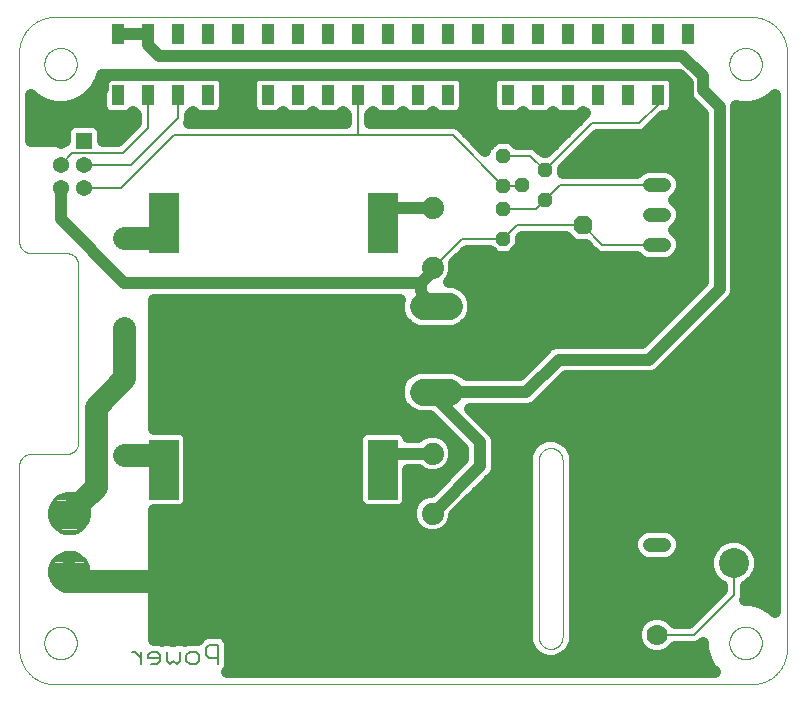
<source format=gbl>
G75*
%MOIN*%
%OFA0B0*%
%FSLAX25Y25*%
%IPPOS*%
%LPD*%
%AMOC8*
5,1,8,0,0,1.08239X$1,22.5*
%
%ADD10C,0.00000*%
%ADD11C,0.00700*%
%ADD12C,0.10000*%
%ADD13R,0.05400X0.05400*%
%ADD14C,0.05400*%
%ADD15C,0.07677*%
%ADD16C,0.08850*%
%ADD17C,0.07400*%
%ADD18OC8,0.04800*%
%ADD19R,0.09843X0.09843*%
%ADD20C,0.06693*%
%ADD21OC8,0.06300*%
%ADD22R,0.03937X0.07087*%
%ADD23C,0.04724*%
%ADD24C,0.07000*%
%ADD25C,0.04000*%
%ADD26C,0.10000*%
%ADD27C,0.00800*%
%ADD28C,0.07600*%
%ADD29C,0.00600*%
%ADD30C,0.01378*%
D10*
X0033905Y0014811D02*
X0033905Y0075835D01*
X0033907Y0075959D01*
X0033913Y0076082D01*
X0033922Y0076206D01*
X0033936Y0076328D01*
X0033953Y0076451D01*
X0033975Y0076573D01*
X0034000Y0076694D01*
X0034029Y0076814D01*
X0034061Y0076933D01*
X0034098Y0077052D01*
X0034138Y0077169D01*
X0034181Y0077284D01*
X0034229Y0077399D01*
X0034280Y0077511D01*
X0034334Y0077622D01*
X0034392Y0077732D01*
X0034453Y0077839D01*
X0034518Y0077945D01*
X0034586Y0078048D01*
X0034657Y0078149D01*
X0034731Y0078248D01*
X0034808Y0078345D01*
X0034889Y0078439D01*
X0034972Y0078530D01*
X0035058Y0078619D01*
X0035147Y0078705D01*
X0035238Y0078788D01*
X0035332Y0078869D01*
X0035429Y0078946D01*
X0035528Y0079020D01*
X0035629Y0079091D01*
X0035732Y0079159D01*
X0035838Y0079224D01*
X0035945Y0079285D01*
X0036055Y0079343D01*
X0036166Y0079397D01*
X0036278Y0079448D01*
X0036393Y0079496D01*
X0036508Y0079539D01*
X0036625Y0079579D01*
X0036744Y0079616D01*
X0036863Y0079648D01*
X0036983Y0079677D01*
X0037104Y0079702D01*
X0037226Y0079724D01*
X0037349Y0079741D01*
X0037471Y0079755D01*
X0037595Y0079764D01*
X0037718Y0079770D01*
X0037842Y0079772D01*
X0049653Y0079772D01*
X0049777Y0079774D01*
X0049900Y0079780D01*
X0050024Y0079789D01*
X0050146Y0079803D01*
X0050269Y0079820D01*
X0050391Y0079842D01*
X0050512Y0079867D01*
X0050632Y0079896D01*
X0050751Y0079928D01*
X0050870Y0079965D01*
X0050987Y0080005D01*
X0051102Y0080048D01*
X0051217Y0080096D01*
X0051329Y0080147D01*
X0051440Y0080201D01*
X0051550Y0080259D01*
X0051657Y0080320D01*
X0051763Y0080385D01*
X0051866Y0080453D01*
X0051967Y0080524D01*
X0052066Y0080598D01*
X0052163Y0080675D01*
X0052257Y0080756D01*
X0052348Y0080839D01*
X0052437Y0080925D01*
X0052523Y0081014D01*
X0052606Y0081105D01*
X0052687Y0081199D01*
X0052764Y0081296D01*
X0052838Y0081395D01*
X0052909Y0081496D01*
X0052977Y0081599D01*
X0053042Y0081705D01*
X0053103Y0081812D01*
X0053161Y0081922D01*
X0053215Y0082033D01*
X0053266Y0082145D01*
X0053314Y0082260D01*
X0053357Y0082375D01*
X0053397Y0082492D01*
X0053434Y0082611D01*
X0053466Y0082730D01*
X0053495Y0082850D01*
X0053520Y0082971D01*
X0053542Y0083093D01*
X0053559Y0083216D01*
X0053573Y0083338D01*
X0053582Y0083462D01*
X0053588Y0083585D01*
X0053590Y0083709D01*
X0053590Y0142764D01*
X0053588Y0142888D01*
X0053582Y0143011D01*
X0053573Y0143135D01*
X0053559Y0143257D01*
X0053542Y0143380D01*
X0053520Y0143502D01*
X0053495Y0143623D01*
X0053466Y0143743D01*
X0053434Y0143862D01*
X0053397Y0143981D01*
X0053357Y0144098D01*
X0053314Y0144213D01*
X0053266Y0144328D01*
X0053215Y0144440D01*
X0053161Y0144551D01*
X0053103Y0144661D01*
X0053042Y0144768D01*
X0052977Y0144874D01*
X0052909Y0144977D01*
X0052838Y0145078D01*
X0052764Y0145177D01*
X0052687Y0145274D01*
X0052606Y0145368D01*
X0052523Y0145459D01*
X0052437Y0145548D01*
X0052348Y0145634D01*
X0052257Y0145717D01*
X0052163Y0145798D01*
X0052066Y0145875D01*
X0051967Y0145949D01*
X0051866Y0146020D01*
X0051763Y0146088D01*
X0051657Y0146153D01*
X0051550Y0146214D01*
X0051440Y0146272D01*
X0051329Y0146326D01*
X0051217Y0146377D01*
X0051102Y0146425D01*
X0050987Y0146468D01*
X0050870Y0146508D01*
X0050751Y0146545D01*
X0050632Y0146577D01*
X0050512Y0146606D01*
X0050391Y0146631D01*
X0050269Y0146653D01*
X0050146Y0146670D01*
X0050024Y0146684D01*
X0049900Y0146693D01*
X0049777Y0146699D01*
X0049653Y0146701D01*
X0037842Y0146701D01*
X0037718Y0146703D01*
X0037595Y0146709D01*
X0037471Y0146718D01*
X0037349Y0146732D01*
X0037226Y0146749D01*
X0037104Y0146771D01*
X0036983Y0146796D01*
X0036863Y0146825D01*
X0036744Y0146857D01*
X0036625Y0146894D01*
X0036508Y0146934D01*
X0036393Y0146977D01*
X0036278Y0147025D01*
X0036166Y0147076D01*
X0036055Y0147130D01*
X0035945Y0147188D01*
X0035838Y0147249D01*
X0035732Y0147314D01*
X0035629Y0147382D01*
X0035528Y0147453D01*
X0035429Y0147527D01*
X0035332Y0147604D01*
X0035238Y0147685D01*
X0035147Y0147768D01*
X0035058Y0147854D01*
X0034972Y0147943D01*
X0034889Y0148034D01*
X0034808Y0148128D01*
X0034731Y0148225D01*
X0034657Y0148324D01*
X0034586Y0148425D01*
X0034518Y0148528D01*
X0034453Y0148634D01*
X0034392Y0148741D01*
X0034334Y0148851D01*
X0034280Y0148962D01*
X0034229Y0149074D01*
X0034181Y0149189D01*
X0034138Y0149304D01*
X0034098Y0149421D01*
X0034061Y0149540D01*
X0034029Y0149659D01*
X0034000Y0149779D01*
X0033975Y0149900D01*
X0033953Y0150022D01*
X0033936Y0150145D01*
X0033922Y0150267D01*
X0033913Y0150391D01*
X0033907Y0150514D01*
X0033905Y0150638D01*
X0033905Y0213630D01*
X0033908Y0213915D01*
X0033919Y0214201D01*
X0033936Y0214486D01*
X0033960Y0214770D01*
X0033991Y0215054D01*
X0034029Y0215337D01*
X0034074Y0215618D01*
X0034125Y0215899D01*
X0034183Y0216179D01*
X0034248Y0216457D01*
X0034320Y0216733D01*
X0034398Y0217007D01*
X0034483Y0217280D01*
X0034575Y0217550D01*
X0034673Y0217818D01*
X0034777Y0218084D01*
X0034888Y0218347D01*
X0035005Y0218607D01*
X0035128Y0218865D01*
X0035258Y0219119D01*
X0035394Y0219370D01*
X0035535Y0219618D01*
X0035683Y0219862D01*
X0035836Y0220103D01*
X0035996Y0220339D01*
X0036161Y0220572D01*
X0036331Y0220801D01*
X0036507Y0221026D01*
X0036689Y0221246D01*
X0036875Y0221462D01*
X0037067Y0221673D01*
X0037264Y0221880D01*
X0037466Y0222082D01*
X0037673Y0222279D01*
X0037884Y0222471D01*
X0038100Y0222657D01*
X0038320Y0222839D01*
X0038545Y0223015D01*
X0038774Y0223185D01*
X0039007Y0223350D01*
X0039243Y0223510D01*
X0039484Y0223663D01*
X0039728Y0223811D01*
X0039976Y0223952D01*
X0040227Y0224088D01*
X0040481Y0224218D01*
X0040739Y0224341D01*
X0040999Y0224458D01*
X0041262Y0224569D01*
X0041528Y0224673D01*
X0041796Y0224771D01*
X0042066Y0224863D01*
X0042339Y0224948D01*
X0042613Y0225026D01*
X0042889Y0225098D01*
X0043167Y0225163D01*
X0043447Y0225221D01*
X0043728Y0225272D01*
X0044009Y0225317D01*
X0044292Y0225355D01*
X0044576Y0225386D01*
X0044860Y0225410D01*
X0045145Y0225427D01*
X0045431Y0225438D01*
X0045716Y0225441D01*
X0278000Y0225441D01*
X0278285Y0225438D01*
X0278571Y0225427D01*
X0278856Y0225410D01*
X0279140Y0225386D01*
X0279424Y0225355D01*
X0279707Y0225317D01*
X0279988Y0225272D01*
X0280269Y0225221D01*
X0280549Y0225163D01*
X0280827Y0225098D01*
X0281103Y0225026D01*
X0281377Y0224948D01*
X0281650Y0224863D01*
X0281920Y0224771D01*
X0282188Y0224673D01*
X0282454Y0224569D01*
X0282717Y0224458D01*
X0282977Y0224341D01*
X0283235Y0224218D01*
X0283489Y0224088D01*
X0283740Y0223952D01*
X0283988Y0223811D01*
X0284232Y0223663D01*
X0284473Y0223510D01*
X0284709Y0223350D01*
X0284942Y0223185D01*
X0285171Y0223015D01*
X0285396Y0222839D01*
X0285616Y0222657D01*
X0285832Y0222471D01*
X0286043Y0222279D01*
X0286250Y0222082D01*
X0286452Y0221880D01*
X0286649Y0221673D01*
X0286841Y0221462D01*
X0287027Y0221246D01*
X0287209Y0221026D01*
X0287385Y0220801D01*
X0287555Y0220572D01*
X0287720Y0220339D01*
X0287880Y0220103D01*
X0288033Y0219862D01*
X0288181Y0219618D01*
X0288322Y0219370D01*
X0288458Y0219119D01*
X0288588Y0218865D01*
X0288711Y0218607D01*
X0288828Y0218347D01*
X0288939Y0218084D01*
X0289043Y0217818D01*
X0289141Y0217550D01*
X0289233Y0217280D01*
X0289318Y0217007D01*
X0289396Y0216733D01*
X0289468Y0216457D01*
X0289533Y0216179D01*
X0289591Y0215899D01*
X0289642Y0215618D01*
X0289687Y0215337D01*
X0289725Y0215054D01*
X0289756Y0214770D01*
X0289780Y0214486D01*
X0289797Y0214201D01*
X0289808Y0213915D01*
X0289811Y0213630D01*
X0289811Y0014811D01*
X0289808Y0014526D01*
X0289797Y0014240D01*
X0289780Y0013955D01*
X0289756Y0013671D01*
X0289725Y0013387D01*
X0289687Y0013104D01*
X0289642Y0012823D01*
X0289591Y0012542D01*
X0289533Y0012262D01*
X0289468Y0011984D01*
X0289396Y0011708D01*
X0289318Y0011434D01*
X0289233Y0011161D01*
X0289141Y0010891D01*
X0289043Y0010623D01*
X0288939Y0010357D01*
X0288828Y0010094D01*
X0288711Y0009834D01*
X0288588Y0009576D01*
X0288458Y0009322D01*
X0288322Y0009071D01*
X0288181Y0008823D01*
X0288033Y0008579D01*
X0287880Y0008338D01*
X0287720Y0008102D01*
X0287555Y0007869D01*
X0287385Y0007640D01*
X0287209Y0007415D01*
X0287027Y0007195D01*
X0286841Y0006979D01*
X0286649Y0006768D01*
X0286452Y0006561D01*
X0286250Y0006359D01*
X0286043Y0006162D01*
X0285832Y0005970D01*
X0285616Y0005784D01*
X0285396Y0005602D01*
X0285171Y0005426D01*
X0284942Y0005256D01*
X0284709Y0005091D01*
X0284473Y0004931D01*
X0284232Y0004778D01*
X0283988Y0004630D01*
X0283740Y0004489D01*
X0283489Y0004353D01*
X0283235Y0004223D01*
X0282977Y0004100D01*
X0282717Y0003983D01*
X0282454Y0003872D01*
X0282188Y0003768D01*
X0281920Y0003670D01*
X0281650Y0003578D01*
X0281377Y0003493D01*
X0281103Y0003415D01*
X0280827Y0003343D01*
X0280549Y0003278D01*
X0280269Y0003220D01*
X0279988Y0003169D01*
X0279707Y0003124D01*
X0279424Y0003086D01*
X0279140Y0003055D01*
X0278856Y0003031D01*
X0278571Y0003014D01*
X0278285Y0003003D01*
X0278000Y0003000D01*
X0045716Y0003000D01*
X0045431Y0003003D01*
X0045145Y0003014D01*
X0044860Y0003031D01*
X0044576Y0003055D01*
X0044292Y0003086D01*
X0044009Y0003124D01*
X0043728Y0003169D01*
X0043447Y0003220D01*
X0043167Y0003278D01*
X0042889Y0003343D01*
X0042613Y0003415D01*
X0042339Y0003493D01*
X0042066Y0003578D01*
X0041796Y0003670D01*
X0041528Y0003768D01*
X0041262Y0003872D01*
X0040999Y0003983D01*
X0040739Y0004100D01*
X0040481Y0004223D01*
X0040227Y0004353D01*
X0039976Y0004489D01*
X0039728Y0004630D01*
X0039484Y0004778D01*
X0039243Y0004931D01*
X0039007Y0005091D01*
X0038774Y0005256D01*
X0038545Y0005426D01*
X0038320Y0005602D01*
X0038100Y0005784D01*
X0037884Y0005970D01*
X0037673Y0006162D01*
X0037466Y0006359D01*
X0037264Y0006561D01*
X0037067Y0006768D01*
X0036875Y0006979D01*
X0036689Y0007195D01*
X0036507Y0007415D01*
X0036331Y0007640D01*
X0036161Y0007869D01*
X0035996Y0008102D01*
X0035836Y0008338D01*
X0035683Y0008579D01*
X0035535Y0008823D01*
X0035394Y0009071D01*
X0035258Y0009322D01*
X0035128Y0009576D01*
X0035005Y0009834D01*
X0034888Y0010094D01*
X0034777Y0010357D01*
X0034673Y0010623D01*
X0034575Y0010891D01*
X0034483Y0011161D01*
X0034398Y0011434D01*
X0034320Y0011708D01*
X0034248Y0011984D01*
X0034183Y0012262D01*
X0034125Y0012542D01*
X0034074Y0012823D01*
X0034029Y0013104D01*
X0033991Y0013387D01*
X0033960Y0013671D01*
X0033936Y0013955D01*
X0033919Y0014240D01*
X0033908Y0014526D01*
X0033905Y0014811D01*
X0042272Y0016780D02*
X0042274Y0016927D01*
X0042280Y0017073D01*
X0042290Y0017219D01*
X0042304Y0017365D01*
X0042322Y0017511D01*
X0042343Y0017656D01*
X0042369Y0017800D01*
X0042399Y0017944D01*
X0042432Y0018086D01*
X0042469Y0018228D01*
X0042510Y0018369D01*
X0042555Y0018508D01*
X0042604Y0018647D01*
X0042656Y0018784D01*
X0042713Y0018919D01*
X0042772Y0019053D01*
X0042836Y0019185D01*
X0042903Y0019315D01*
X0042973Y0019444D01*
X0043047Y0019571D01*
X0043124Y0019695D01*
X0043205Y0019818D01*
X0043289Y0019938D01*
X0043376Y0020056D01*
X0043466Y0020171D01*
X0043559Y0020284D01*
X0043656Y0020395D01*
X0043755Y0020503D01*
X0043857Y0020608D01*
X0043962Y0020710D01*
X0044070Y0020809D01*
X0044181Y0020906D01*
X0044294Y0020999D01*
X0044409Y0021089D01*
X0044527Y0021176D01*
X0044647Y0021260D01*
X0044770Y0021341D01*
X0044894Y0021418D01*
X0045021Y0021492D01*
X0045150Y0021562D01*
X0045280Y0021629D01*
X0045412Y0021693D01*
X0045546Y0021752D01*
X0045681Y0021809D01*
X0045818Y0021861D01*
X0045957Y0021910D01*
X0046096Y0021955D01*
X0046237Y0021996D01*
X0046379Y0022033D01*
X0046521Y0022066D01*
X0046665Y0022096D01*
X0046809Y0022122D01*
X0046954Y0022143D01*
X0047100Y0022161D01*
X0047246Y0022175D01*
X0047392Y0022185D01*
X0047538Y0022191D01*
X0047685Y0022193D01*
X0047832Y0022191D01*
X0047978Y0022185D01*
X0048124Y0022175D01*
X0048270Y0022161D01*
X0048416Y0022143D01*
X0048561Y0022122D01*
X0048705Y0022096D01*
X0048849Y0022066D01*
X0048991Y0022033D01*
X0049133Y0021996D01*
X0049274Y0021955D01*
X0049413Y0021910D01*
X0049552Y0021861D01*
X0049689Y0021809D01*
X0049824Y0021752D01*
X0049958Y0021693D01*
X0050090Y0021629D01*
X0050220Y0021562D01*
X0050349Y0021492D01*
X0050476Y0021418D01*
X0050600Y0021341D01*
X0050723Y0021260D01*
X0050843Y0021176D01*
X0050961Y0021089D01*
X0051076Y0020999D01*
X0051189Y0020906D01*
X0051300Y0020809D01*
X0051408Y0020710D01*
X0051513Y0020608D01*
X0051615Y0020503D01*
X0051714Y0020395D01*
X0051811Y0020284D01*
X0051904Y0020171D01*
X0051994Y0020056D01*
X0052081Y0019938D01*
X0052165Y0019818D01*
X0052246Y0019695D01*
X0052323Y0019571D01*
X0052397Y0019444D01*
X0052467Y0019315D01*
X0052534Y0019185D01*
X0052598Y0019053D01*
X0052657Y0018919D01*
X0052714Y0018784D01*
X0052766Y0018647D01*
X0052815Y0018508D01*
X0052860Y0018369D01*
X0052901Y0018228D01*
X0052938Y0018086D01*
X0052971Y0017944D01*
X0053001Y0017800D01*
X0053027Y0017656D01*
X0053048Y0017511D01*
X0053066Y0017365D01*
X0053080Y0017219D01*
X0053090Y0017073D01*
X0053096Y0016927D01*
X0053098Y0016780D01*
X0053096Y0016633D01*
X0053090Y0016487D01*
X0053080Y0016341D01*
X0053066Y0016195D01*
X0053048Y0016049D01*
X0053027Y0015904D01*
X0053001Y0015760D01*
X0052971Y0015616D01*
X0052938Y0015474D01*
X0052901Y0015332D01*
X0052860Y0015191D01*
X0052815Y0015052D01*
X0052766Y0014913D01*
X0052714Y0014776D01*
X0052657Y0014641D01*
X0052598Y0014507D01*
X0052534Y0014375D01*
X0052467Y0014245D01*
X0052397Y0014116D01*
X0052323Y0013989D01*
X0052246Y0013865D01*
X0052165Y0013742D01*
X0052081Y0013622D01*
X0051994Y0013504D01*
X0051904Y0013389D01*
X0051811Y0013276D01*
X0051714Y0013165D01*
X0051615Y0013057D01*
X0051513Y0012952D01*
X0051408Y0012850D01*
X0051300Y0012751D01*
X0051189Y0012654D01*
X0051076Y0012561D01*
X0050961Y0012471D01*
X0050843Y0012384D01*
X0050723Y0012300D01*
X0050600Y0012219D01*
X0050476Y0012142D01*
X0050349Y0012068D01*
X0050220Y0011998D01*
X0050090Y0011931D01*
X0049958Y0011867D01*
X0049824Y0011808D01*
X0049689Y0011751D01*
X0049552Y0011699D01*
X0049413Y0011650D01*
X0049274Y0011605D01*
X0049133Y0011564D01*
X0048991Y0011527D01*
X0048849Y0011494D01*
X0048705Y0011464D01*
X0048561Y0011438D01*
X0048416Y0011417D01*
X0048270Y0011399D01*
X0048124Y0011385D01*
X0047978Y0011375D01*
X0047832Y0011369D01*
X0047685Y0011367D01*
X0047538Y0011369D01*
X0047392Y0011375D01*
X0047246Y0011385D01*
X0047100Y0011399D01*
X0046954Y0011417D01*
X0046809Y0011438D01*
X0046665Y0011464D01*
X0046521Y0011494D01*
X0046379Y0011527D01*
X0046237Y0011564D01*
X0046096Y0011605D01*
X0045957Y0011650D01*
X0045818Y0011699D01*
X0045681Y0011751D01*
X0045546Y0011808D01*
X0045412Y0011867D01*
X0045280Y0011931D01*
X0045150Y0011998D01*
X0045021Y0012068D01*
X0044894Y0012142D01*
X0044770Y0012219D01*
X0044647Y0012300D01*
X0044527Y0012384D01*
X0044409Y0012471D01*
X0044294Y0012561D01*
X0044181Y0012654D01*
X0044070Y0012751D01*
X0043962Y0012850D01*
X0043857Y0012952D01*
X0043755Y0013057D01*
X0043656Y0013165D01*
X0043559Y0013276D01*
X0043466Y0013389D01*
X0043376Y0013504D01*
X0043289Y0013622D01*
X0043205Y0013742D01*
X0043124Y0013865D01*
X0043047Y0013989D01*
X0042973Y0014116D01*
X0042903Y0014245D01*
X0042836Y0014375D01*
X0042772Y0014507D01*
X0042713Y0014641D01*
X0042656Y0014776D01*
X0042604Y0014913D01*
X0042555Y0015052D01*
X0042510Y0015191D01*
X0042469Y0015332D01*
X0042432Y0015474D01*
X0042399Y0015616D01*
X0042369Y0015760D01*
X0042343Y0015904D01*
X0042322Y0016049D01*
X0042304Y0016195D01*
X0042290Y0016341D01*
X0042280Y0016487D01*
X0042274Y0016633D01*
X0042272Y0016780D01*
X0207134Y0018748D02*
X0207134Y0077803D01*
X0207136Y0077927D01*
X0207142Y0078050D01*
X0207151Y0078174D01*
X0207165Y0078296D01*
X0207182Y0078419D01*
X0207204Y0078541D01*
X0207229Y0078662D01*
X0207258Y0078782D01*
X0207290Y0078901D01*
X0207327Y0079020D01*
X0207367Y0079137D01*
X0207410Y0079252D01*
X0207458Y0079367D01*
X0207509Y0079479D01*
X0207563Y0079590D01*
X0207621Y0079700D01*
X0207682Y0079807D01*
X0207747Y0079913D01*
X0207815Y0080016D01*
X0207886Y0080117D01*
X0207960Y0080216D01*
X0208037Y0080313D01*
X0208118Y0080407D01*
X0208201Y0080498D01*
X0208287Y0080587D01*
X0208376Y0080673D01*
X0208467Y0080756D01*
X0208561Y0080837D01*
X0208658Y0080914D01*
X0208757Y0080988D01*
X0208858Y0081059D01*
X0208961Y0081127D01*
X0209067Y0081192D01*
X0209174Y0081253D01*
X0209284Y0081311D01*
X0209395Y0081365D01*
X0209507Y0081416D01*
X0209622Y0081464D01*
X0209737Y0081507D01*
X0209854Y0081547D01*
X0209973Y0081584D01*
X0210092Y0081616D01*
X0210212Y0081645D01*
X0210333Y0081670D01*
X0210455Y0081692D01*
X0210578Y0081709D01*
X0210700Y0081723D01*
X0210824Y0081732D01*
X0210947Y0081738D01*
X0211071Y0081740D01*
X0211195Y0081738D01*
X0211318Y0081732D01*
X0211442Y0081723D01*
X0211564Y0081709D01*
X0211687Y0081692D01*
X0211809Y0081670D01*
X0211930Y0081645D01*
X0212050Y0081616D01*
X0212169Y0081584D01*
X0212288Y0081547D01*
X0212405Y0081507D01*
X0212520Y0081464D01*
X0212635Y0081416D01*
X0212747Y0081365D01*
X0212858Y0081311D01*
X0212968Y0081253D01*
X0213075Y0081192D01*
X0213181Y0081127D01*
X0213284Y0081059D01*
X0213385Y0080988D01*
X0213484Y0080914D01*
X0213581Y0080837D01*
X0213675Y0080756D01*
X0213766Y0080673D01*
X0213855Y0080587D01*
X0213941Y0080498D01*
X0214024Y0080407D01*
X0214105Y0080313D01*
X0214182Y0080216D01*
X0214256Y0080117D01*
X0214327Y0080016D01*
X0214395Y0079913D01*
X0214460Y0079807D01*
X0214521Y0079700D01*
X0214579Y0079590D01*
X0214633Y0079479D01*
X0214684Y0079367D01*
X0214732Y0079252D01*
X0214775Y0079137D01*
X0214815Y0079020D01*
X0214852Y0078901D01*
X0214884Y0078782D01*
X0214913Y0078662D01*
X0214938Y0078541D01*
X0214960Y0078419D01*
X0214977Y0078296D01*
X0214991Y0078174D01*
X0215000Y0078050D01*
X0215006Y0077927D01*
X0215008Y0077803D01*
X0215008Y0018748D01*
X0211071Y0014811D02*
X0210947Y0014813D01*
X0210824Y0014819D01*
X0210700Y0014828D01*
X0210578Y0014842D01*
X0210455Y0014859D01*
X0210333Y0014881D01*
X0210212Y0014906D01*
X0210092Y0014935D01*
X0209973Y0014967D01*
X0209854Y0015004D01*
X0209737Y0015044D01*
X0209622Y0015087D01*
X0209507Y0015135D01*
X0209395Y0015186D01*
X0209284Y0015240D01*
X0209174Y0015298D01*
X0209067Y0015359D01*
X0208961Y0015424D01*
X0208858Y0015492D01*
X0208757Y0015563D01*
X0208658Y0015637D01*
X0208561Y0015714D01*
X0208467Y0015795D01*
X0208376Y0015878D01*
X0208287Y0015964D01*
X0208201Y0016053D01*
X0208118Y0016144D01*
X0208037Y0016238D01*
X0207960Y0016335D01*
X0207886Y0016434D01*
X0207815Y0016535D01*
X0207747Y0016638D01*
X0207682Y0016744D01*
X0207621Y0016851D01*
X0207563Y0016961D01*
X0207509Y0017072D01*
X0207458Y0017184D01*
X0207410Y0017299D01*
X0207367Y0017414D01*
X0207327Y0017531D01*
X0207290Y0017650D01*
X0207258Y0017769D01*
X0207229Y0017889D01*
X0207204Y0018010D01*
X0207182Y0018132D01*
X0207165Y0018255D01*
X0207151Y0018377D01*
X0207142Y0018501D01*
X0207136Y0018624D01*
X0207134Y0018748D01*
X0211071Y0014811D02*
X0211195Y0014813D01*
X0211318Y0014819D01*
X0211442Y0014828D01*
X0211564Y0014842D01*
X0211687Y0014859D01*
X0211809Y0014881D01*
X0211930Y0014906D01*
X0212050Y0014935D01*
X0212169Y0014967D01*
X0212288Y0015004D01*
X0212405Y0015044D01*
X0212520Y0015087D01*
X0212635Y0015135D01*
X0212747Y0015186D01*
X0212858Y0015240D01*
X0212968Y0015298D01*
X0213075Y0015359D01*
X0213181Y0015424D01*
X0213284Y0015492D01*
X0213385Y0015563D01*
X0213484Y0015637D01*
X0213581Y0015714D01*
X0213675Y0015795D01*
X0213766Y0015878D01*
X0213855Y0015964D01*
X0213941Y0016053D01*
X0214024Y0016144D01*
X0214105Y0016238D01*
X0214182Y0016335D01*
X0214256Y0016434D01*
X0214327Y0016535D01*
X0214395Y0016638D01*
X0214460Y0016744D01*
X0214521Y0016851D01*
X0214579Y0016961D01*
X0214633Y0017072D01*
X0214684Y0017184D01*
X0214732Y0017299D01*
X0214775Y0017414D01*
X0214815Y0017531D01*
X0214852Y0017650D01*
X0214884Y0017769D01*
X0214913Y0017889D01*
X0214938Y0018010D01*
X0214960Y0018132D01*
X0214977Y0018255D01*
X0214991Y0018377D01*
X0215000Y0018501D01*
X0215006Y0018624D01*
X0215008Y0018748D01*
X0270618Y0016780D02*
X0270620Y0016927D01*
X0270626Y0017073D01*
X0270636Y0017219D01*
X0270650Y0017365D01*
X0270668Y0017511D01*
X0270689Y0017656D01*
X0270715Y0017800D01*
X0270745Y0017944D01*
X0270778Y0018086D01*
X0270815Y0018228D01*
X0270856Y0018369D01*
X0270901Y0018508D01*
X0270950Y0018647D01*
X0271002Y0018784D01*
X0271059Y0018919D01*
X0271118Y0019053D01*
X0271182Y0019185D01*
X0271249Y0019315D01*
X0271319Y0019444D01*
X0271393Y0019571D01*
X0271470Y0019695D01*
X0271551Y0019818D01*
X0271635Y0019938D01*
X0271722Y0020056D01*
X0271812Y0020171D01*
X0271905Y0020284D01*
X0272002Y0020395D01*
X0272101Y0020503D01*
X0272203Y0020608D01*
X0272308Y0020710D01*
X0272416Y0020809D01*
X0272527Y0020906D01*
X0272640Y0020999D01*
X0272755Y0021089D01*
X0272873Y0021176D01*
X0272993Y0021260D01*
X0273116Y0021341D01*
X0273240Y0021418D01*
X0273367Y0021492D01*
X0273496Y0021562D01*
X0273626Y0021629D01*
X0273758Y0021693D01*
X0273892Y0021752D01*
X0274027Y0021809D01*
X0274164Y0021861D01*
X0274303Y0021910D01*
X0274442Y0021955D01*
X0274583Y0021996D01*
X0274725Y0022033D01*
X0274867Y0022066D01*
X0275011Y0022096D01*
X0275155Y0022122D01*
X0275300Y0022143D01*
X0275446Y0022161D01*
X0275592Y0022175D01*
X0275738Y0022185D01*
X0275884Y0022191D01*
X0276031Y0022193D01*
X0276178Y0022191D01*
X0276324Y0022185D01*
X0276470Y0022175D01*
X0276616Y0022161D01*
X0276762Y0022143D01*
X0276907Y0022122D01*
X0277051Y0022096D01*
X0277195Y0022066D01*
X0277337Y0022033D01*
X0277479Y0021996D01*
X0277620Y0021955D01*
X0277759Y0021910D01*
X0277898Y0021861D01*
X0278035Y0021809D01*
X0278170Y0021752D01*
X0278304Y0021693D01*
X0278436Y0021629D01*
X0278566Y0021562D01*
X0278695Y0021492D01*
X0278822Y0021418D01*
X0278946Y0021341D01*
X0279069Y0021260D01*
X0279189Y0021176D01*
X0279307Y0021089D01*
X0279422Y0020999D01*
X0279535Y0020906D01*
X0279646Y0020809D01*
X0279754Y0020710D01*
X0279859Y0020608D01*
X0279961Y0020503D01*
X0280060Y0020395D01*
X0280157Y0020284D01*
X0280250Y0020171D01*
X0280340Y0020056D01*
X0280427Y0019938D01*
X0280511Y0019818D01*
X0280592Y0019695D01*
X0280669Y0019571D01*
X0280743Y0019444D01*
X0280813Y0019315D01*
X0280880Y0019185D01*
X0280944Y0019053D01*
X0281003Y0018919D01*
X0281060Y0018784D01*
X0281112Y0018647D01*
X0281161Y0018508D01*
X0281206Y0018369D01*
X0281247Y0018228D01*
X0281284Y0018086D01*
X0281317Y0017944D01*
X0281347Y0017800D01*
X0281373Y0017656D01*
X0281394Y0017511D01*
X0281412Y0017365D01*
X0281426Y0017219D01*
X0281436Y0017073D01*
X0281442Y0016927D01*
X0281444Y0016780D01*
X0281442Y0016633D01*
X0281436Y0016487D01*
X0281426Y0016341D01*
X0281412Y0016195D01*
X0281394Y0016049D01*
X0281373Y0015904D01*
X0281347Y0015760D01*
X0281317Y0015616D01*
X0281284Y0015474D01*
X0281247Y0015332D01*
X0281206Y0015191D01*
X0281161Y0015052D01*
X0281112Y0014913D01*
X0281060Y0014776D01*
X0281003Y0014641D01*
X0280944Y0014507D01*
X0280880Y0014375D01*
X0280813Y0014245D01*
X0280743Y0014116D01*
X0280669Y0013989D01*
X0280592Y0013865D01*
X0280511Y0013742D01*
X0280427Y0013622D01*
X0280340Y0013504D01*
X0280250Y0013389D01*
X0280157Y0013276D01*
X0280060Y0013165D01*
X0279961Y0013057D01*
X0279859Y0012952D01*
X0279754Y0012850D01*
X0279646Y0012751D01*
X0279535Y0012654D01*
X0279422Y0012561D01*
X0279307Y0012471D01*
X0279189Y0012384D01*
X0279069Y0012300D01*
X0278946Y0012219D01*
X0278822Y0012142D01*
X0278695Y0012068D01*
X0278566Y0011998D01*
X0278436Y0011931D01*
X0278304Y0011867D01*
X0278170Y0011808D01*
X0278035Y0011751D01*
X0277898Y0011699D01*
X0277759Y0011650D01*
X0277620Y0011605D01*
X0277479Y0011564D01*
X0277337Y0011527D01*
X0277195Y0011494D01*
X0277051Y0011464D01*
X0276907Y0011438D01*
X0276762Y0011417D01*
X0276616Y0011399D01*
X0276470Y0011385D01*
X0276324Y0011375D01*
X0276178Y0011369D01*
X0276031Y0011367D01*
X0275884Y0011369D01*
X0275738Y0011375D01*
X0275592Y0011385D01*
X0275446Y0011399D01*
X0275300Y0011417D01*
X0275155Y0011438D01*
X0275011Y0011464D01*
X0274867Y0011494D01*
X0274725Y0011527D01*
X0274583Y0011564D01*
X0274442Y0011605D01*
X0274303Y0011650D01*
X0274164Y0011699D01*
X0274027Y0011751D01*
X0273892Y0011808D01*
X0273758Y0011867D01*
X0273626Y0011931D01*
X0273496Y0011998D01*
X0273367Y0012068D01*
X0273240Y0012142D01*
X0273116Y0012219D01*
X0272993Y0012300D01*
X0272873Y0012384D01*
X0272755Y0012471D01*
X0272640Y0012561D01*
X0272527Y0012654D01*
X0272416Y0012751D01*
X0272308Y0012850D01*
X0272203Y0012952D01*
X0272101Y0013057D01*
X0272002Y0013165D01*
X0271905Y0013276D01*
X0271812Y0013389D01*
X0271722Y0013504D01*
X0271635Y0013622D01*
X0271551Y0013742D01*
X0271470Y0013865D01*
X0271393Y0013989D01*
X0271319Y0014116D01*
X0271249Y0014245D01*
X0271182Y0014375D01*
X0271118Y0014507D01*
X0271059Y0014641D01*
X0271002Y0014776D01*
X0270950Y0014913D01*
X0270901Y0015052D01*
X0270856Y0015191D01*
X0270815Y0015332D01*
X0270778Y0015474D01*
X0270745Y0015616D01*
X0270715Y0015760D01*
X0270689Y0015904D01*
X0270668Y0016049D01*
X0270650Y0016195D01*
X0270636Y0016341D01*
X0270626Y0016487D01*
X0270620Y0016633D01*
X0270618Y0016780D01*
X0270618Y0209693D02*
X0270620Y0209840D01*
X0270626Y0209986D01*
X0270636Y0210132D01*
X0270650Y0210278D01*
X0270668Y0210424D01*
X0270689Y0210569D01*
X0270715Y0210713D01*
X0270745Y0210857D01*
X0270778Y0210999D01*
X0270815Y0211141D01*
X0270856Y0211282D01*
X0270901Y0211421D01*
X0270950Y0211560D01*
X0271002Y0211697D01*
X0271059Y0211832D01*
X0271118Y0211966D01*
X0271182Y0212098D01*
X0271249Y0212228D01*
X0271319Y0212357D01*
X0271393Y0212484D01*
X0271470Y0212608D01*
X0271551Y0212731D01*
X0271635Y0212851D01*
X0271722Y0212969D01*
X0271812Y0213084D01*
X0271905Y0213197D01*
X0272002Y0213308D01*
X0272101Y0213416D01*
X0272203Y0213521D01*
X0272308Y0213623D01*
X0272416Y0213722D01*
X0272527Y0213819D01*
X0272640Y0213912D01*
X0272755Y0214002D01*
X0272873Y0214089D01*
X0272993Y0214173D01*
X0273116Y0214254D01*
X0273240Y0214331D01*
X0273367Y0214405D01*
X0273496Y0214475D01*
X0273626Y0214542D01*
X0273758Y0214606D01*
X0273892Y0214665D01*
X0274027Y0214722D01*
X0274164Y0214774D01*
X0274303Y0214823D01*
X0274442Y0214868D01*
X0274583Y0214909D01*
X0274725Y0214946D01*
X0274867Y0214979D01*
X0275011Y0215009D01*
X0275155Y0215035D01*
X0275300Y0215056D01*
X0275446Y0215074D01*
X0275592Y0215088D01*
X0275738Y0215098D01*
X0275884Y0215104D01*
X0276031Y0215106D01*
X0276178Y0215104D01*
X0276324Y0215098D01*
X0276470Y0215088D01*
X0276616Y0215074D01*
X0276762Y0215056D01*
X0276907Y0215035D01*
X0277051Y0215009D01*
X0277195Y0214979D01*
X0277337Y0214946D01*
X0277479Y0214909D01*
X0277620Y0214868D01*
X0277759Y0214823D01*
X0277898Y0214774D01*
X0278035Y0214722D01*
X0278170Y0214665D01*
X0278304Y0214606D01*
X0278436Y0214542D01*
X0278566Y0214475D01*
X0278695Y0214405D01*
X0278822Y0214331D01*
X0278946Y0214254D01*
X0279069Y0214173D01*
X0279189Y0214089D01*
X0279307Y0214002D01*
X0279422Y0213912D01*
X0279535Y0213819D01*
X0279646Y0213722D01*
X0279754Y0213623D01*
X0279859Y0213521D01*
X0279961Y0213416D01*
X0280060Y0213308D01*
X0280157Y0213197D01*
X0280250Y0213084D01*
X0280340Y0212969D01*
X0280427Y0212851D01*
X0280511Y0212731D01*
X0280592Y0212608D01*
X0280669Y0212484D01*
X0280743Y0212357D01*
X0280813Y0212228D01*
X0280880Y0212098D01*
X0280944Y0211966D01*
X0281003Y0211832D01*
X0281060Y0211697D01*
X0281112Y0211560D01*
X0281161Y0211421D01*
X0281206Y0211282D01*
X0281247Y0211141D01*
X0281284Y0210999D01*
X0281317Y0210857D01*
X0281347Y0210713D01*
X0281373Y0210569D01*
X0281394Y0210424D01*
X0281412Y0210278D01*
X0281426Y0210132D01*
X0281436Y0209986D01*
X0281442Y0209840D01*
X0281444Y0209693D01*
X0281442Y0209546D01*
X0281436Y0209400D01*
X0281426Y0209254D01*
X0281412Y0209108D01*
X0281394Y0208962D01*
X0281373Y0208817D01*
X0281347Y0208673D01*
X0281317Y0208529D01*
X0281284Y0208387D01*
X0281247Y0208245D01*
X0281206Y0208104D01*
X0281161Y0207965D01*
X0281112Y0207826D01*
X0281060Y0207689D01*
X0281003Y0207554D01*
X0280944Y0207420D01*
X0280880Y0207288D01*
X0280813Y0207158D01*
X0280743Y0207029D01*
X0280669Y0206902D01*
X0280592Y0206778D01*
X0280511Y0206655D01*
X0280427Y0206535D01*
X0280340Y0206417D01*
X0280250Y0206302D01*
X0280157Y0206189D01*
X0280060Y0206078D01*
X0279961Y0205970D01*
X0279859Y0205865D01*
X0279754Y0205763D01*
X0279646Y0205664D01*
X0279535Y0205567D01*
X0279422Y0205474D01*
X0279307Y0205384D01*
X0279189Y0205297D01*
X0279069Y0205213D01*
X0278946Y0205132D01*
X0278822Y0205055D01*
X0278695Y0204981D01*
X0278566Y0204911D01*
X0278436Y0204844D01*
X0278304Y0204780D01*
X0278170Y0204721D01*
X0278035Y0204664D01*
X0277898Y0204612D01*
X0277759Y0204563D01*
X0277620Y0204518D01*
X0277479Y0204477D01*
X0277337Y0204440D01*
X0277195Y0204407D01*
X0277051Y0204377D01*
X0276907Y0204351D01*
X0276762Y0204330D01*
X0276616Y0204312D01*
X0276470Y0204298D01*
X0276324Y0204288D01*
X0276178Y0204282D01*
X0276031Y0204280D01*
X0275884Y0204282D01*
X0275738Y0204288D01*
X0275592Y0204298D01*
X0275446Y0204312D01*
X0275300Y0204330D01*
X0275155Y0204351D01*
X0275011Y0204377D01*
X0274867Y0204407D01*
X0274725Y0204440D01*
X0274583Y0204477D01*
X0274442Y0204518D01*
X0274303Y0204563D01*
X0274164Y0204612D01*
X0274027Y0204664D01*
X0273892Y0204721D01*
X0273758Y0204780D01*
X0273626Y0204844D01*
X0273496Y0204911D01*
X0273367Y0204981D01*
X0273240Y0205055D01*
X0273116Y0205132D01*
X0272993Y0205213D01*
X0272873Y0205297D01*
X0272755Y0205384D01*
X0272640Y0205474D01*
X0272527Y0205567D01*
X0272416Y0205664D01*
X0272308Y0205763D01*
X0272203Y0205865D01*
X0272101Y0205970D01*
X0272002Y0206078D01*
X0271905Y0206189D01*
X0271812Y0206302D01*
X0271722Y0206417D01*
X0271635Y0206535D01*
X0271551Y0206655D01*
X0271470Y0206778D01*
X0271393Y0206902D01*
X0271319Y0207029D01*
X0271249Y0207158D01*
X0271182Y0207288D01*
X0271118Y0207420D01*
X0271059Y0207554D01*
X0271002Y0207689D01*
X0270950Y0207826D01*
X0270901Y0207965D01*
X0270856Y0208104D01*
X0270815Y0208245D01*
X0270778Y0208387D01*
X0270745Y0208529D01*
X0270715Y0208673D01*
X0270689Y0208817D01*
X0270668Y0208962D01*
X0270650Y0209108D01*
X0270636Y0209254D01*
X0270626Y0209400D01*
X0270620Y0209546D01*
X0270618Y0209693D01*
X0042272Y0209693D02*
X0042274Y0209840D01*
X0042280Y0209986D01*
X0042290Y0210132D01*
X0042304Y0210278D01*
X0042322Y0210424D01*
X0042343Y0210569D01*
X0042369Y0210713D01*
X0042399Y0210857D01*
X0042432Y0210999D01*
X0042469Y0211141D01*
X0042510Y0211282D01*
X0042555Y0211421D01*
X0042604Y0211560D01*
X0042656Y0211697D01*
X0042713Y0211832D01*
X0042772Y0211966D01*
X0042836Y0212098D01*
X0042903Y0212228D01*
X0042973Y0212357D01*
X0043047Y0212484D01*
X0043124Y0212608D01*
X0043205Y0212731D01*
X0043289Y0212851D01*
X0043376Y0212969D01*
X0043466Y0213084D01*
X0043559Y0213197D01*
X0043656Y0213308D01*
X0043755Y0213416D01*
X0043857Y0213521D01*
X0043962Y0213623D01*
X0044070Y0213722D01*
X0044181Y0213819D01*
X0044294Y0213912D01*
X0044409Y0214002D01*
X0044527Y0214089D01*
X0044647Y0214173D01*
X0044770Y0214254D01*
X0044894Y0214331D01*
X0045021Y0214405D01*
X0045150Y0214475D01*
X0045280Y0214542D01*
X0045412Y0214606D01*
X0045546Y0214665D01*
X0045681Y0214722D01*
X0045818Y0214774D01*
X0045957Y0214823D01*
X0046096Y0214868D01*
X0046237Y0214909D01*
X0046379Y0214946D01*
X0046521Y0214979D01*
X0046665Y0215009D01*
X0046809Y0215035D01*
X0046954Y0215056D01*
X0047100Y0215074D01*
X0047246Y0215088D01*
X0047392Y0215098D01*
X0047538Y0215104D01*
X0047685Y0215106D01*
X0047832Y0215104D01*
X0047978Y0215098D01*
X0048124Y0215088D01*
X0048270Y0215074D01*
X0048416Y0215056D01*
X0048561Y0215035D01*
X0048705Y0215009D01*
X0048849Y0214979D01*
X0048991Y0214946D01*
X0049133Y0214909D01*
X0049274Y0214868D01*
X0049413Y0214823D01*
X0049552Y0214774D01*
X0049689Y0214722D01*
X0049824Y0214665D01*
X0049958Y0214606D01*
X0050090Y0214542D01*
X0050220Y0214475D01*
X0050349Y0214405D01*
X0050476Y0214331D01*
X0050600Y0214254D01*
X0050723Y0214173D01*
X0050843Y0214089D01*
X0050961Y0214002D01*
X0051076Y0213912D01*
X0051189Y0213819D01*
X0051300Y0213722D01*
X0051408Y0213623D01*
X0051513Y0213521D01*
X0051615Y0213416D01*
X0051714Y0213308D01*
X0051811Y0213197D01*
X0051904Y0213084D01*
X0051994Y0212969D01*
X0052081Y0212851D01*
X0052165Y0212731D01*
X0052246Y0212608D01*
X0052323Y0212484D01*
X0052397Y0212357D01*
X0052467Y0212228D01*
X0052534Y0212098D01*
X0052598Y0211966D01*
X0052657Y0211832D01*
X0052714Y0211697D01*
X0052766Y0211560D01*
X0052815Y0211421D01*
X0052860Y0211282D01*
X0052901Y0211141D01*
X0052938Y0210999D01*
X0052971Y0210857D01*
X0053001Y0210713D01*
X0053027Y0210569D01*
X0053048Y0210424D01*
X0053066Y0210278D01*
X0053080Y0210132D01*
X0053090Y0209986D01*
X0053096Y0209840D01*
X0053098Y0209693D01*
X0053096Y0209546D01*
X0053090Y0209400D01*
X0053080Y0209254D01*
X0053066Y0209108D01*
X0053048Y0208962D01*
X0053027Y0208817D01*
X0053001Y0208673D01*
X0052971Y0208529D01*
X0052938Y0208387D01*
X0052901Y0208245D01*
X0052860Y0208104D01*
X0052815Y0207965D01*
X0052766Y0207826D01*
X0052714Y0207689D01*
X0052657Y0207554D01*
X0052598Y0207420D01*
X0052534Y0207288D01*
X0052467Y0207158D01*
X0052397Y0207029D01*
X0052323Y0206902D01*
X0052246Y0206778D01*
X0052165Y0206655D01*
X0052081Y0206535D01*
X0051994Y0206417D01*
X0051904Y0206302D01*
X0051811Y0206189D01*
X0051714Y0206078D01*
X0051615Y0205970D01*
X0051513Y0205865D01*
X0051408Y0205763D01*
X0051300Y0205664D01*
X0051189Y0205567D01*
X0051076Y0205474D01*
X0050961Y0205384D01*
X0050843Y0205297D01*
X0050723Y0205213D01*
X0050600Y0205132D01*
X0050476Y0205055D01*
X0050349Y0204981D01*
X0050220Y0204911D01*
X0050090Y0204844D01*
X0049958Y0204780D01*
X0049824Y0204721D01*
X0049689Y0204664D01*
X0049552Y0204612D01*
X0049413Y0204563D01*
X0049274Y0204518D01*
X0049133Y0204477D01*
X0048991Y0204440D01*
X0048849Y0204407D01*
X0048705Y0204377D01*
X0048561Y0204351D01*
X0048416Y0204330D01*
X0048270Y0204312D01*
X0048124Y0204298D01*
X0047978Y0204288D01*
X0047832Y0204282D01*
X0047685Y0204280D01*
X0047538Y0204282D01*
X0047392Y0204288D01*
X0047246Y0204298D01*
X0047100Y0204312D01*
X0046954Y0204330D01*
X0046809Y0204351D01*
X0046665Y0204377D01*
X0046521Y0204407D01*
X0046379Y0204440D01*
X0046237Y0204477D01*
X0046096Y0204518D01*
X0045957Y0204563D01*
X0045818Y0204612D01*
X0045681Y0204664D01*
X0045546Y0204721D01*
X0045412Y0204780D01*
X0045280Y0204844D01*
X0045150Y0204911D01*
X0045021Y0204981D01*
X0044894Y0205055D01*
X0044770Y0205132D01*
X0044647Y0205213D01*
X0044527Y0205297D01*
X0044409Y0205384D01*
X0044294Y0205474D01*
X0044181Y0205567D01*
X0044070Y0205664D01*
X0043962Y0205763D01*
X0043857Y0205865D01*
X0043755Y0205970D01*
X0043656Y0206078D01*
X0043559Y0206189D01*
X0043466Y0206302D01*
X0043376Y0206417D01*
X0043289Y0206535D01*
X0043205Y0206655D01*
X0043124Y0206778D01*
X0043047Y0206902D01*
X0042973Y0207029D01*
X0042903Y0207158D01*
X0042836Y0207288D01*
X0042772Y0207420D01*
X0042713Y0207554D01*
X0042656Y0207689D01*
X0042604Y0207826D01*
X0042555Y0207965D01*
X0042510Y0208104D01*
X0042469Y0208245D01*
X0042432Y0208387D01*
X0042399Y0208529D01*
X0042369Y0208673D01*
X0042343Y0208817D01*
X0042322Y0208962D01*
X0042304Y0209108D01*
X0042290Y0209254D01*
X0042280Y0209400D01*
X0042274Y0209546D01*
X0042272Y0209693D01*
D11*
X0097160Y0015998D02*
X0096109Y0014947D01*
X0096109Y0012845D01*
X0097160Y0011794D01*
X0100313Y0011794D01*
X0100313Y0009693D02*
X0100313Y0015998D01*
X0097160Y0015998D01*
X0093867Y0012845D02*
X0093867Y0010743D01*
X0092817Y0009693D01*
X0090715Y0009693D01*
X0089664Y0010743D01*
X0089664Y0012845D01*
X0090715Y0013896D01*
X0092817Y0013896D01*
X0093867Y0012845D01*
X0087422Y0013896D02*
X0087422Y0010743D01*
X0086371Y0009693D01*
X0085320Y0010743D01*
X0084269Y0009693D01*
X0083218Y0010743D01*
X0083218Y0013896D01*
X0080976Y0012845D02*
X0080976Y0010743D01*
X0079926Y0009693D01*
X0077824Y0009693D01*
X0076773Y0011794D02*
X0080976Y0011794D01*
X0080976Y0012845D02*
X0079926Y0013896D01*
X0077824Y0013896D01*
X0076773Y0012845D01*
X0076773Y0011794D01*
X0074531Y0011794D02*
X0072429Y0013896D01*
X0071378Y0013896D01*
X0074531Y0013896D02*
X0074531Y0009693D01*
D12*
X0262094Y0033354D03*
X0272094Y0043354D03*
X0282094Y0033354D03*
X0282094Y0053354D03*
X0262094Y0053354D03*
D13*
X0055559Y0184102D03*
D14*
X0047685Y0184102D03*
X0047685Y0176228D03*
X0055559Y0176228D03*
X0055559Y0168354D03*
X0047685Y0168354D03*
D15*
X0050637Y0060087D03*
X0050637Y0040402D03*
D16*
X0168417Y0100441D02*
X0177267Y0100441D01*
X0177267Y0128945D02*
X0168417Y0128945D01*
X0228417Y0128945D02*
X0237267Y0128945D01*
X0237267Y0100441D02*
X0228417Y0100441D01*
D17*
X0171700Y0079929D03*
X0171700Y0059929D03*
X0171700Y0141819D03*
X0171700Y0161819D03*
D18*
X0195323Y0161543D03*
X0195323Y0169260D03*
X0201602Y0169339D03*
X0209102Y0174339D03*
X0209102Y0164339D03*
X0195323Y0151543D03*
X0195323Y0179260D03*
D19*
X0155051Y0161874D03*
X0155051Y0151874D03*
X0155051Y0119874D03*
X0155051Y0109874D03*
X0155051Y0079591D03*
X0155051Y0069591D03*
X0155051Y0037591D03*
X0155051Y0027591D03*
X0082051Y0027591D03*
X0082051Y0037591D03*
X0082051Y0069591D03*
X0082051Y0079591D03*
X0082051Y0109874D03*
X0082051Y0119874D03*
X0082051Y0151874D03*
X0082051Y0161874D03*
D20*
X0068945Y0151858D03*
X0068945Y0121858D03*
X0068945Y0109535D03*
X0068945Y0079535D03*
D21*
X0221740Y0146031D03*
X0221740Y0156031D03*
D22*
X0216858Y0199457D03*
X0226858Y0199457D03*
X0236858Y0199457D03*
X0246858Y0199457D03*
X0256858Y0199457D03*
X0256858Y0219929D03*
X0246858Y0219929D03*
X0236858Y0219929D03*
X0226858Y0219929D03*
X0216858Y0219929D03*
X0206858Y0219929D03*
X0196858Y0219929D03*
X0186858Y0219929D03*
X0176858Y0219929D03*
X0166858Y0219929D03*
X0156858Y0219929D03*
X0146858Y0219929D03*
X0136858Y0219929D03*
X0126858Y0219929D03*
X0116858Y0219929D03*
X0106858Y0219929D03*
X0096858Y0219929D03*
X0086858Y0219929D03*
X0076858Y0219929D03*
X0066858Y0219929D03*
X0066858Y0199457D03*
X0076858Y0199457D03*
X0086858Y0199457D03*
X0096858Y0199457D03*
X0106858Y0199457D03*
X0116858Y0199457D03*
X0126858Y0199457D03*
X0136858Y0199457D03*
X0146858Y0199457D03*
X0156858Y0199457D03*
X0166858Y0199457D03*
X0176858Y0199457D03*
X0186858Y0199457D03*
X0196858Y0199457D03*
X0206858Y0199457D03*
D23*
X0244141Y0179457D02*
X0248866Y0179457D01*
X0248866Y0169457D02*
X0244141Y0169457D01*
X0244141Y0159457D02*
X0248866Y0159457D01*
X0248866Y0149457D02*
X0244141Y0149457D01*
X0244141Y0049457D02*
X0248866Y0049457D01*
X0248866Y0039457D02*
X0244141Y0039457D01*
X0244141Y0029457D02*
X0248866Y0029457D01*
D24*
X0246504Y0019457D03*
D25*
X0240924Y0014996D02*
X0218107Y0014996D01*
X0217799Y0014252D02*
X0219008Y0017169D01*
X0219008Y0079382D01*
X0217799Y0082299D01*
X0215567Y0084532D01*
X0215567Y0084532D01*
X0212649Y0085740D01*
X0209492Y0085740D01*
X0206575Y0084532D01*
X0206575Y0084532D01*
X0204342Y0082299D01*
X0203134Y0079382D01*
X0203134Y0077007D01*
X0203134Y0019544D01*
X0203134Y0017169D01*
X0204342Y0014252D01*
X0206575Y0012019D01*
X0209492Y0010811D01*
X0212649Y0010811D01*
X0215567Y0012019D01*
X0217799Y0014252D01*
X0217799Y0014252D01*
X0215567Y0012019D02*
X0215567Y0012019D01*
X0213098Y0010997D02*
X0262938Y0010997D01*
X0262771Y0011287D02*
X0264644Y0008042D01*
X0265687Y0007000D01*
X0103207Y0007000D01*
X0103662Y0007455D01*
X0104263Y0008907D01*
X0104263Y0016784D01*
X0103662Y0018235D01*
X0102550Y0019347D01*
X0101099Y0019948D01*
X0096375Y0019948D01*
X0094923Y0019347D01*
X0093422Y0017846D01*
X0089929Y0017846D01*
X0089068Y0017490D01*
X0088208Y0017846D01*
X0086636Y0017846D01*
X0085320Y0017301D01*
X0084004Y0017846D01*
X0082433Y0017846D01*
X0081572Y0017490D01*
X0080711Y0017846D01*
X0078787Y0017846D01*
X0078787Y0061069D01*
X0080150Y0061069D01*
X0080340Y0060991D01*
X0083762Y0060991D01*
X0083952Y0061069D01*
X0087688Y0061069D01*
X0089011Y0061617D01*
X0090024Y0062630D01*
X0090572Y0063953D01*
X0090572Y0067690D01*
X0090651Y0067880D01*
X0090651Y0081301D01*
X0090572Y0081491D01*
X0090572Y0085228D01*
X0090024Y0086551D01*
X0089011Y0087564D01*
X0087688Y0088112D01*
X0083952Y0088112D01*
X0083762Y0088191D01*
X0080340Y0088191D01*
X0080150Y0088112D01*
X0078787Y0088112D01*
X0078787Y0131258D01*
X0160689Y0131258D01*
X0160392Y0130541D01*
X0160392Y0127349D01*
X0161614Y0124399D01*
X0163871Y0122142D01*
X0166821Y0120920D01*
X0178863Y0120920D01*
X0181813Y0122142D01*
X0184070Y0124399D01*
X0185292Y0127349D01*
X0185292Y0130541D01*
X0184070Y0133491D01*
X0181813Y0135748D01*
X0178863Y0136970D01*
X0177175Y0136970D01*
X0177889Y0137684D01*
X0179000Y0140367D01*
X0179000Y0143271D01*
X0178945Y0143406D01*
X0183082Y0147543D01*
X0190837Y0147543D01*
X0192837Y0145543D01*
X0197808Y0145543D01*
X0201323Y0149058D01*
X0201323Y0151886D01*
X0201468Y0152031D01*
X0216194Y0152031D01*
X0218944Y0149281D01*
X0222833Y0149281D01*
X0224924Y0147191D01*
X0226049Y0146066D01*
X0227519Y0145457D01*
X0239710Y0145457D01*
X0240764Y0144402D01*
X0242955Y0143494D01*
X0250052Y0143494D01*
X0252243Y0144402D01*
X0253920Y0146079D01*
X0254828Y0148271D01*
X0254828Y0150643D01*
X0253920Y0152834D01*
X0252298Y0154457D01*
X0253920Y0156079D01*
X0254828Y0158271D01*
X0254828Y0160643D01*
X0253920Y0162834D01*
X0252298Y0164457D01*
X0253920Y0166079D01*
X0254828Y0168271D01*
X0254828Y0170643D01*
X0253920Y0172834D01*
X0252243Y0174511D01*
X0250052Y0175419D01*
X0242955Y0175419D01*
X0240764Y0174511D01*
X0239710Y0173457D01*
X0215102Y0173457D01*
X0215102Y0174682D01*
X0226428Y0186008D01*
X0241394Y0186008D01*
X0242864Y0186617D01*
X0248560Y0192313D01*
X0249543Y0192313D01*
X0250866Y0192861D01*
X0251878Y0193874D01*
X0252426Y0195197D01*
X0252426Y0203716D01*
X0251878Y0205039D01*
X0250866Y0206052D01*
X0250345Y0206268D01*
X0253230Y0206268D01*
X0256179Y0203318D01*
X0256179Y0199918D01*
X0257032Y0197859D01*
X0258607Y0196284D01*
X0258607Y0196284D01*
X0261770Y0193121D01*
X0261770Y0137209D01*
X0241428Y0116868D01*
X0212713Y0116868D01*
X0210654Y0116015D01*
X0209079Y0114440D01*
X0200680Y0106041D01*
X0183016Y0106041D01*
X0181813Y0107244D01*
X0178863Y0108466D01*
X0166821Y0108466D01*
X0163871Y0107244D01*
X0161614Y0104987D01*
X0160392Y0102037D01*
X0160392Y0098845D01*
X0161614Y0095895D01*
X0163871Y0093638D01*
X0166821Y0092416D01*
X0170822Y0092416D01*
X0181849Y0081389D01*
X0181849Y0077997D01*
X0171081Y0067229D01*
X0170248Y0067229D01*
X0167565Y0066118D01*
X0165512Y0064064D01*
X0164400Y0061381D01*
X0164400Y0058477D01*
X0165512Y0055794D01*
X0167565Y0053740D01*
X0170248Y0052629D01*
X0173153Y0052629D01*
X0175836Y0053740D01*
X0177889Y0055794D01*
X0179000Y0058477D01*
X0179000Y0059310D01*
X0190621Y0070930D01*
X0192196Y0072505D01*
X0193049Y0074563D01*
X0193049Y0084823D01*
X0192196Y0086881D01*
X0184236Y0094841D01*
X0204114Y0094841D01*
X0206172Y0095693D01*
X0216146Y0105668D01*
X0244862Y0105668D01*
X0246920Y0106520D01*
X0248495Y0108096D01*
X0272117Y0131718D01*
X0272970Y0133776D01*
X0272970Y0195781D01*
X0274158Y0195463D01*
X0277905Y0195463D01*
X0281524Y0196433D01*
X0284769Y0198306D01*
X0285811Y0199348D01*
X0285811Y0027124D01*
X0284769Y0028166D01*
X0281524Y0030040D01*
X0277905Y0031009D01*
X0275727Y0031009D01*
X0276173Y0032086D01*
X0276173Y0035735D01*
X0276966Y0036064D01*
X0279385Y0038483D01*
X0280694Y0041644D01*
X0280694Y0045065D01*
X0279385Y0048226D01*
X0276966Y0050645D01*
X0273805Y0051954D01*
X0270384Y0051954D01*
X0267223Y0050645D01*
X0264803Y0048226D01*
X0263494Y0045065D01*
X0263494Y0041644D01*
X0264803Y0038483D01*
X0267223Y0036064D01*
X0268173Y0035670D01*
X0268173Y0034539D01*
X0257091Y0023457D01*
X0252532Y0023457D01*
X0252523Y0023479D01*
X0250525Y0025476D01*
X0247916Y0026557D01*
X0245091Y0026557D01*
X0242482Y0025476D01*
X0240485Y0023479D01*
X0239404Y0020869D01*
X0239404Y0018044D01*
X0240485Y0015435D01*
X0242482Y0013438D01*
X0245091Y0012357D01*
X0247916Y0012357D01*
X0250525Y0013438D01*
X0252523Y0015435D01*
X0252532Y0015457D01*
X0259543Y0015457D01*
X0261014Y0016066D01*
X0261801Y0016853D01*
X0261801Y0014906D01*
X0262771Y0011287D01*
X0261801Y0014996D02*
X0252083Y0014996D01*
X0239404Y0018994D02*
X0219008Y0018994D01*
X0219008Y0022993D02*
X0240283Y0022993D01*
X0237527Y0029457D02*
X0216976Y0008906D01*
X0173736Y0008906D01*
X0155051Y0027591D01*
X0155051Y0037591D02*
X0154826Y0037591D01*
X0142173Y0050244D01*
X0142173Y0096996D01*
X0155051Y0109874D01*
X0160776Y0102963D02*
X0078787Y0102963D01*
X0078787Y0106961D02*
X0163589Y0106961D01*
X0160392Y0098964D02*
X0078787Y0098964D01*
X0078787Y0094966D02*
X0162543Y0094966D01*
X0160688Y0088112D02*
X0156952Y0088112D01*
X0156762Y0088191D01*
X0153340Y0088191D01*
X0153150Y0088112D01*
X0149414Y0088112D01*
X0148090Y0087564D01*
X0147078Y0086551D01*
X0146530Y0085228D01*
X0146530Y0081491D01*
X0146451Y0081301D01*
X0146451Y0067880D01*
X0146530Y0067690D01*
X0146530Y0063953D01*
X0147078Y0062630D01*
X0148090Y0061617D01*
X0149414Y0061069D01*
X0153150Y0061069D01*
X0153340Y0060991D01*
X0156762Y0060991D01*
X0156952Y0061069D01*
X0160688Y0061069D01*
X0162011Y0061617D01*
X0163024Y0062630D01*
X0163572Y0063953D01*
X0163572Y0067690D01*
X0163651Y0067880D01*
X0163651Y0074290D01*
X0167016Y0074290D01*
X0167565Y0073740D01*
X0170248Y0072629D01*
X0173153Y0072629D01*
X0175836Y0073740D01*
X0177889Y0075794D01*
X0179000Y0078477D01*
X0179000Y0081381D01*
X0177889Y0084064D01*
X0175836Y0086118D01*
X0173153Y0087229D01*
X0170248Y0087229D01*
X0167565Y0086118D01*
X0166937Y0085490D01*
X0163464Y0085490D01*
X0163024Y0086551D01*
X0162011Y0087564D01*
X0160688Y0088112D01*
X0162606Y0086969D02*
X0169620Y0086969D01*
X0173781Y0086969D02*
X0176269Y0086969D01*
X0178342Y0082970D02*
X0180267Y0082970D01*
X0179000Y0078972D02*
X0181849Y0078972D01*
X0178825Y0074973D02*
X0177068Y0074973D01*
X0174826Y0070975D02*
X0163651Y0070975D01*
X0163572Y0066976D02*
X0169638Y0066976D01*
X0165062Y0062978D02*
X0163168Y0062978D01*
X0164400Y0058979D02*
X0078787Y0058979D01*
X0078787Y0054981D02*
X0166325Y0054981D01*
X0171700Y0059929D02*
X0187449Y0075677D01*
X0187449Y0083709D01*
X0172842Y0098315D01*
X0172842Y0100441D01*
X0203000Y0100441D01*
X0213826Y0111268D01*
X0243748Y0111268D01*
X0267370Y0134890D01*
X0267370Y0195441D01*
X0261779Y0201031D01*
X0261779Y0205638D01*
X0254889Y0212528D01*
X0080401Y0212528D01*
X0076858Y0216071D01*
X0076858Y0219929D01*
X0066858Y0219929D01*
X0063826Y0206268D02*
X0061779Y0204220D01*
X0061779Y0201346D01*
X0047685Y0187252D01*
X0047685Y0184102D01*
X0049259Y0184102D02*
X0037905Y0184102D01*
X0037905Y0199348D01*
X0038947Y0198306D01*
X0042192Y0196433D01*
X0045811Y0195463D01*
X0049558Y0195463D01*
X0053177Y0196433D01*
X0056422Y0198306D01*
X0059072Y0200956D01*
X0060945Y0204200D01*
X0061499Y0206268D01*
X0063371Y0206268D01*
X0062850Y0206052D01*
X0061838Y0205039D01*
X0061289Y0203716D01*
X0061289Y0195197D01*
X0061838Y0193874D01*
X0062850Y0192861D01*
X0064173Y0192313D01*
X0069543Y0192313D01*
X0070866Y0192861D01*
X0071858Y0193854D01*
X0072850Y0192861D01*
X0072858Y0192858D01*
X0072858Y0190129D01*
X0066894Y0184165D01*
X0061859Y0184165D01*
X0061859Y0187518D01*
X0061311Y0188842D01*
X0060298Y0189854D01*
X0058975Y0190402D01*
X0052143Y0190402D01*
X0050820Y0189854D01*
X0049807Y0188842D01*
X0049259Y0187518D01*
X0049259Y0184102D01*
X0049259Y0186932D02*
X0037905Y0186932D01*
X0037905Y0190930D02*
X0072858Y0190930D01*
X0069660Y0186932D02*
X0061859Y0186932D01*
X0061401Y0194929D02*
X0037905Y0194929D01*
X0037905Y0198927D02*
X0038326Y0198927D01*
X0057043Y0198927D02*
X0061289Y0198927D01*
X0061289Y0202926D02*
X0060209Y0202926D01*
X0063826Y0206268D02*
X0106858Y0206268D01*
X0106858Y0199457D01*
X0111289Y0198927D02*
X0102426Y0198927D01*
X0111289Y0198927D01*
X0111289Y0195197D02*
X0111838Y0193874D01*
X0112850Y0192861D01*
X0114173Y0192313D01*
X0119543Y0192313D01*
X0120866Y0192861D01*
X0121858Y0193854D01*
X0122850Y0192861D01*
X0124173Y0192313D01*
X0129543Y0192313D01*
X0130866Y0192861D01*
X0131858Y0193854D01*
X0132850Y0192861D01*
X0134173Y0192313D01*
X0139543Y0192313D01*
X0140866Y0192861D01*
X0141858Y0193854D01*
X0142850Y0192861D01*
X0142858Y0192858D01*
X0142858Y0190071D01*
X0090480Y0190071D01*
X0090858Y0190984D01*
X0090858Y0192858D01*
X0090866Y0192861D01*
X0091858Y0193854D01*
X0092850Y0192861D01*
X0094173Y0192313D01*
X0099543Y0192313D01*
X0100866Y0192861D01*
X0101878Y0193874D01*
X0102426Y0195197D01*
X0102426Y0203716D01*
X0101878Y0205039D01*
X0100866Y0206052D01*
X0100345Y0206268D01*
X0113371Y0206268D01*
X0112850Y0206052D01*
X0111838Y0205039D01*
X0111289Y0203716D01*
X0111289Y0195197D01*
X0111838Y0193874D01*
X0112850Y0192861D01*
X0114173Y0192313D01*
X0119543Y0192313D01*
X0120866Y0192861D01*
X0121858Y0193854D01*
X0122850Y0192861D01*
X0124173Y0192313D01*
X0129543Y0192313D01*
X0130866Y0192861D01*
X0131858Y0193854D01*
X0132850Y0192861D01*
X0134173Y0192313D01*
X0139543Y0192313D01*
X0140866Y0192861D01*
X0141858Y0193854D01*
X0142850Y0192861D01*
X0142858Y0192858D01*
X0142858Y0190071D01*
X0090480Y0190071D01*
X0090858Y0190984D01*
X0090858Y0192858D01*
X0090866Y0192861D01*
X0091858Y0193854D01*
X0092850Y0192861D01*
X0094173Y0192313D01*
X0099543Y0192313D01*
X0100866Y0192861D01*
X0101878Y0193874D01*
X0102426Y0195197D01*
X0102426Y0203716D01*
X0101878Y0205039D01*
X0100866Y0206052D01*
X0100345Y0206268D01*
X0113371Y0206268D01*
X0112850Y0206052D01*
X0111838Y0205039D01*
X0111289Y0203716D01*
X0111289Y0195197D01*
X0111401Y0194929D02*
X0102315Y0194929D01*
X0111401Y0194929D01*
X0111289Y0202926D02*
X0102426Y0202926D01*
X0111289Y0202926D01*
X0106858Y0206268D02*
X0186819Y0206268D01*
X0186819Y0199575D01*
X0186858Y0199457D01*
X0185743Y0198927D02*
X0182426Y0198927D01*
X0191289Y0198927D01*
X0191289Y0195197D02*
X0191838Y0193874D01*
X0192850Y0192861D01*
X0194173Y0192313D01*
X0199543Y0192313D01*
X0200866Y0192861D01*
X0201858Y0193854D01*
X0202850Y0192861D01*
X0204173Y0192313D01*
X0209543Y0192313D01*
X0210866Y0192861D01*
X0211858Y0193854D01*
X0212850Y0192861D01*
X0214173Y0192313D01*
X0219543Y0192313D01*
X0220866Y0192861D01*
X0221858Y0193854D01*
X0222409Y0193303D01*
X0221380Y0192274D01*
X0209445Y0180339D01*
X0208759Y0180339D01*
X0207572Y0181526D01*
X0206447Y0182651D01*
X0204976Y0183260D01*
X0199808Y0183260D01*
X0197808Y0185260D01*
X0192837Y0185260D01*
X0189323Y0181745D01*
X0189323Y0180917D01*
X0181903Y0188337D01*
X0180777Y0189462D01*
X0179307Y0190071D01*
X0150858Y0190071D01*
X0150858Y0192858D01*
X0150866Y0192861D01*
X0151858Y0193854D01*
X0152850Y0192861D01*
X0154173Y0192313D01*
X0159543Y0192313D01*
X0160866Y0192861D01*
X0161858Y0193854D01*
X0162850Y0192861D01*
X0164173Y0192313D01*
X0169543Y0192313D01*
X0170866Y0192861D01*
X0171858Y0193854D01*
X0172850Y0192861D01*
X0174173Y0192313D01*
X0179543Y0192313D01*
X0180866Y0192861D01*
X0181878Y0193874D01*
X0182426Y0195197D01*
X0182426Y0203716D01*
X0181878Y0205039D01*
X0180866Y0206052D01*
X0180345Y0206268D01*
X0185874Y0206268D01*
X0185491Y0184748D01*
X0181903Y0188337D01*
X0180777Y0189462D01*
X0179307Y0190071D01*
X0150858Y0190071D01*
X0150858Y0192858D01*
X0150866Y0192861D01*
X0151858Y0193854D01*
X0152850Y0192861D01*
X0154173Y0192313D01*
X0159543Y0192313D01*
X0160866Y0192861D01*
X0161858Y0193854D01*
X0162850Y0192861D01*
X0164173Y0192313D01*
X0169543Y0192313D01*
X0170866Y0192861D01*
X0171858Y0193854D01*
X0172850Y0192861D01*
X0174173Y0192313D01*
X0179543Y0192313D01*
X0180866Y0192861D01*
X0181878Y0193874D01*
X0182426Y0195197D01*
X0182426Y0203716D01*
X0181878Y0205039D01*
X0180866Y0206052D01*
X0180345Y0206268D01*
X0193371Y0206268D01*
X0192850Y0206052D01*
X0191838Y0205039D01*
X0191289Y0203716D01*
X0191289Y0195197D01*
X0191401Y0194929D02*
X0182315Y0194929D01*
X0185672Y0194929D01*
X0185601Y0190930D02*
X0150858Y0190930D01*
X0220037Y0190930D01*
X0216038Y0186932D02*
X0183308Y0186932D01*
X0185530Y0186932D01*
X0187306Y0182933D02*
X0190510Y0182933D01*
X0205765Y0182933D02*
X0212040Y0182933D01*
X0219355Y0178934D02*
X0261770Y0178934D01*
X0261770Y0182933D02*
X0223353Y0182933D01*
X0215356Y0174936D02*
X0241790Y0174936D01*
X0246504Y0179457D02*
X0252606Y0179457D01*
X0256858Y0183709D01*
X0256858Y0199457D01*
X0256779Y0199535D01*
X0256779Y0203551D01*
X0254063Y0206268D01*
X0186819Y0206268D01*
X0185814Y0202926D02*
X0182426Y0202926D01*
X0191289Y0202926D01*
X0142858Y0190930D02*
X0090836Y0190930D01*
X0142858Y0190930D01*
X0155051Y0161874D02*
X0155106Y0161819D01*
X0171700Y0161819D01*
X0182485Y0146946D02*
X0191434Y0146946D01*
X0199211Y0146946D02*
X0225168Y0146946D01*
X0217280Y0150945D02*
X0201323Y0150945D01*
X0182610Y0134951D02*
X0259511Y0134951D01*
X0261770Y0138949D02*
X0178413Y0138949D01*
X0179000Y0142948D02*
X0261770Y0142948D01*
X0260401Y0144850D02*
X0244535Y0128984D01*
X0232882Y0128984D01*
X0232842Y0128945D01*
X0243517Y0118957D02*
X0078787Y0118957D01*
X0078787Y0114958D02*
X0209597Y0114958D01*
X0205599Y0110960D02*
X0078787Y0110960D01*
X0078787Y0122955D02*
X0163058Y0122955D01*
X0160556Y0126954D02*
X0078787Y0126954D01*
X0078787Y0130952D02*
X0160563Y0130952D01*
X0167763Y0134024D02*
X0167763Y0136858D01*
X0171700Y0140795D01*
X0171700Y0141819D01*
X0167763Y0136858D02*
X0068945Y0136858D01*
X0047685Y0158118D01*
X0047685Y0168354D01*
X0078787Y0090967D02*
X0172270Y0090967D01*
X0172842Y0100441D02*
X0172842Y0100598D01*
X0182096Y0106961D02*
X0201600Y0106961D01*
X0209443Y0098964D02*
X0285811Y0098964D01*
X0285811Y0094966D02*
X0204415Y0094966D01*
X0205013Y0082970D02*
X0193049Y0082970D01*
X0192108Y0086969D02*
X0285811Y0086969D01*
X0285811Y0082970D02*
X0217128Y0082970D01*
X0217799Y0082299D02*
X0217799Y0082299D01*
X0219008Y0078972D02*
X0285811Y0078972D01*
X0285811Y0074973D02*
X0219008Y0074973D01*
X0219008Y0070975D02*
X0285811Y0070975D01*
X0285811Y0066976D02*
X0219008Y0066976D01*
X0219008Y0062978D02*
X0285811Y0062978D01*
X0285811Y0058979D02*
X0219008Y0058979D01*
X0219008Y0054981D02*
X0241897Y0054981D01*
X0242955Y0055419D02*
X0240764Y0054511D01*
X0239087Y0052834D01*
X0238179Y0050643D01*
X0238179Y0048271D01*
X0239087Y0046079D01*
X0240764Y0044402D01*
X0242955Y0043494D01*
X0250052Y0043494D01*
X0252243Y0044402D01*
X0253920Y0046079D01*
X0254828Y0048271D01*
X0254828Y0050643D01*
X0253920Y0052834D01*
X0252243Y0054511D01*
X0250052Y0055419D01*
X0242955Y0055419D01*
X0238320Y0050982D02*
X0219008Y0050982D01*
X0219008Y0046984D02*
X0238712Y0046984D01*
X0246504Y0039457D02*
X0246504Y0029457D01*
X0253708Y0029378D01*
X0262094Y0033354D01*
X0262094Y0053354D01*
X0232842Y0082606D01*
X0232842Y0100441D01*
X0247361Y0106961D02*
X0285811Y0106961D01*
X0285811Y0102963D02*
X0213441Y0102963D01*
X0188110Y0090967D02*
X0285811Y0090967D01*
X0285811Y0110960D02*
X0251359Y0110960D01*
X0248495Y0108096D02*
X0248495Y0108096D01*
X0255358Y0114958D02*
X0285811Y0114958D01*
X0285811Y0118957D02*
X0259356Y0118957D01*
X0263355Y0122955D02*
X0285811Y0122955D01*
X0285811Y0126954D02*
X0267353Y0126954D01*
X0271352Y0130952D02*
X0285811Y0130952D01*
X0285811Y0134951D02*
X0272970Y0134951D01*
X0272970Y0138949D02*
X0285811Y0138949D01*
X0285811Y0142948D02*
X0272970Y0142948D01*
X0272970Y0146946D02*
X0285811Y0146946D01*
X0285811Y0150945D02*
X0272970Y0150945D01*
X0272970Y0154943D02*
X0285811Y0154943D01*
X0285811Y0158942D02*
X0272970Y0158942D01*
X0272970Y0162940D02*
X0285811Y0162940D01*
X0285811Y0166939D02*
X0272970Y0166939D01*
X0272970Y0170937D02*
X0285811Y0170937D01*
X0285811Y0174936D02*
X0272970Y0174936D01*
X0272970Y0178934D02*
X0285811Y0178934D01*
X0285811Y0182933D02*
X0272970Y0182933D01*
X0272970Y0186932D02*
X0285811Y0186932D01*
X0285811Y0190930D02*
X0272970Y0190930D01*
X0272970Y0194929D02*
X0285811Y0194929D01*
X0285811Y0198927D02*
X0285389Y0198927D01*
X0261770Y0190930D02*
X0247177Y0190930D01*
X0243179Y0186932D02*
X0261770Y0186932D01*
X0259963Y0194929D02*
X0252315Y0194929D01*
X0252426Y0198927D02*
X0256590Y0198927D01*
X0256179Y0202926D02*
X0252426Y0202926D01*
X0252606Y0179457D02*
X0260401Y0171661D01*
X0260401Y0144850D01*
X0261770Y0146946D02*
X0254279Y0146946D01*
X0254703Y0150945D02*
X0261770Y0150945D01*
X0261770Y0154943D02*
X0252784Y0154943D01*
X0254828Y0158942D02*
X0261770Y0158942D01*
X0261770Y0162940D02*
X0253814Y0162940D01*
X0254276Y0166939D02*
X0261770Y0166939D01*
X0261770Y0170937D02*
X0254706Y0170937D01*
X0251218Y0174936D02*
X0261770Y0174936D01*
X0255513Y0130952D02*
X0185122Y0130952D01*
X0185129Y0126954D02*
X0251514Y0126954D01*
X0247516Y0122955D02*
X0182627Y0122955D01*
X0172505Y0129000D02*
X0168905Y0132600D01*
X0147495Y0086969D02*
X0089606Y0086969D01*
X0090572Y0082970D02*
X0146530Y0082970D01*
X0146451Y0078972D02*
X0090651Y0078972D01*
X0090651Y0074973D02*
X0146451Y0074973D01*
X0146451Y0070975D02*
X0090651Y0070975D01*
X0090572Y0066976D02*
X0146530Y0066976D01*
X0146934Y0062978D02*
X0090168Y0062978D01*
X0096897Y0052437D02*
X0100038Y0050841D01*
X0140844Y0050841D01*
X0177076Y0054981D02*
X0203134Y0054981D01*
X0203134Y0058979D02*
X0179000Y0058979D01*
X0182669Y0062978D02*
X0203134Y0062978D01*
X0203134Y0066976D02*
X0186667Y0066976D01*
X0190666Y0070975D02*
X0203134Y0070975D01*
X0203134Y0074973D02*
X0193049Y0074973D01*
X0193049Y0078972D02*
X0203134Y0078972D01*
X0204342Y0082299D02*
X0204342Y0082299D01*
X0171700Y0079929D02*
X0171661Y0079890D01*
X0155350Y0079890D01*
X0155051Y0079591D01*
X0203134Y0050982D02*
X0078787Y0050982D01*
X0078787Y0046984D02*
X0203134Y0046984D01*
X0203134Y0042985D02*
X0078787Y0042985D01*
X0078787Y0038987D02*
X0203134Y0038987D01*
X0203134Y0034988D02*
X0078787Y0034988D01*
X0078787Y0030990D02*
X0203134Y0030990D01*
X0203134Y0026991D02*
X0078787Y0026991D01*
X0078787Y0022993D02*
X0203134Y0022993D01*
X0203134Y0018994D02*
X0102903Y0018994D01*
X0104263Y0014996D02*
X0204034Y0014996D01*
X0204342Y0014252D02*
X0204342Y0014252D01*
X0206575Y0012019D02*
X0206575Y0012019D01*
X0209043Y0010997D02*
X0104263Y0010997D01*
X0094570Y0018994D02*
X0078787Y0018994D01*
X0219008Y0026991D02*
X0260625Y0026991D01*
X0264624Y0030990D02*
X0219008Y0030990D01*
X0219008Y0034988D02*
X0268173Y0034988D01*
X0264595Y0038987D02*
X0219008Y0038987D01*
X0219008Y0042985D02*
X0263494Y0042985D01*
X0264289Y0046984D02*
X0254295Y0046984D01*
X0254687Y0050982D02*
X0268036Y0050982D01*
X0262094Y0053354D02*
X0282094Y0053354D01*
X0282094Y0033354D01*
X0285811Y0034988D02*
X0276173Y0034988D01*
X0279594Y0038987D02*
X0285811Y0038987D01*
X0285811Y0042985D02*
X0280694Y0042985D01*
X0279899Y0046984D02*
X0285811Y0046984D01*
X0285811Y0050982D02*
X0276152Y0050982D01*
X0285811Y0054981D02*
X0251110Y0054981D01*
X0246504Y0029457D02*
X0237527Y0029457D01*
X0277979Y0030990D02*
X0285811Y0030990D01*
D26*
X0155051Y0027591D02*
X0155051Y0037591D01*
X0155051Y0069591D02*
X0155051Y0079591D01*
X0155051Y0109874D02*
X0155051Y0119874D01*
X0155051Y0151874D02*
X0155051Y0161874D01*
X0082051Y0161874D02*
X0082051Y0151874D01*
X0082051Y0119874D02*
X0082051Y0109874D01*
X0082051Y0079591D02*
X0082051Y0069591D01*
X0082051Y0037591D02*
X0082051Y0027591D01*
D27*
X0172505Y0129000D02*
X0172842Y0128945D01*
X0168905Y0132600D02*
X0167763Y0134024D01*
X0171700Y0141819D02*
X0181425Y0151543D01*
X0195323Y0151543D01*
X0199811Y0156031D01*
X0221740Y0156031D01*
X0228315Y0149457D01*
X0246504Y0149457D01*
X0232842Y0134929D02*
X0232842Y0128945D01*
X0232842Y0134929D02*
X0221740Y0146031D01*
X0206307Y0161543D02*
X0209102Y0164339D01*
X0214220Y0169457D01*
X0246504Y0169457D01*
X0240598Y0190008D02*
X0224771Y0190008D01*
X0209102Y0174339D01*
X0204181Y0179260D01*
X0195323Y0179260D01*
X0195323Y0169260D02*
X0201523Y0169260D01*
X0201602Y0169339D01*
X0195323Y0169260D02*
X0178512Y0186071D01*
X0146858Y0186071D01*
X0146858Y0199457D01*
X0147291Y0199024D01*
X0146858Y0186071D02*
X0085480Y0186071D01*
X0067763Y0168354D01*
X0055559Y0168354D01*
X0055559Y0176228D02*
X0071307Y0176228D01*
X0086858Y0191780D01*
X0086858Y0199457D01*
X0076858Y0199457D02*
X0076858Y0188472D01*
X0068551Y0180165D01*
X0051622Y0180165D01*
X0047685Y0176228D01*
X0195323Y0161543D02*
X0206307Y0161543D01*
X0240598Y0190008D02*
X0246858Y0196268D01*
X0246858Y0199457D01*
X0272094Y0043354D02*
X0272173Y0043276D01*
X0272173Y0032882D01*
X0258748Y0019457D01*
X0246504Y0019457D01*
D28*
X0096897Y0052437D02*
X0096897Y0095028D01*
X0082051Y0109874D01*
X0068945Y0109535D02*
X0068945Y0121858D01*
X0068945Y0109535D02*
X0068945Y0106937D01*
X0068945Y0104969D01*
X0059417Y0095441D01*
X0059417Y0068866D01*
X0050637Y0060087D01*
X0050637Y0040402D02*
X0053449Y0037591D01*
X0082051Y0037591D01*
X0096897Y0052437D01*
X0082051Y0037591D02*
X0081208Y0038433D01*
X0081996Y0079535D02*
X0082051Y0079591D01*
X0069000Y0079591D01*
X0068945Y0079535D01*
X0068945Y0104969D02*
X0068945Y0106937D01*
X0068945Y0151858D02*
X0068960Y0151874D01*
X0082051Y0151874D01*
D29*
X0140844Y0050841D02*
X0142173Y0050244D01*
D30*
X0057126Y0058956D02*
X0056884Y0057901D01*
X0056471Y0056900D01*
X0055900Y0055980D01*
X0055184Y0055167D01*
X0054345Y0054483D01*
X0053405Y0053947D01*
X0052389Y0053573D01*
X0051325Y0053370D01*
X0050243Y0053346D01*
X0049171Y0053500D01*
X0048139Y0053829D01*
X0047176Y0054323D01*
X0046307Y0054969D01*
X0045556Y0055748D01*
X0044944Y0056641D01*
X0044486Y0057623D01*
X0044197Y0058666D01*
X0044084Y0059743D01*
X0044149Y0060824D01*
X0044391Y0061879D01*
X0044804Y0062880D01*
X0045375Y0063799D01*
X0046091Y0064612D01*
X0046930Y0065296D01*
X0047870Y0065833D01*
X0048886Y0066207D01*
X0049950Y0066409D01*
X0051032Y0066433D01*
X0052104Y0066279D01*
X0053136Y0065951D01*
X0054099Y0065457D01*
X0054968Y0064811D01*
X0055719Y0064031D01*
X0056331Y0063138D01*
X0056789Y0062157D01*
X0057078Y0061113D01*
X0057191Y0060037D01*
X0057126Y0058956D01*
X0057155Y0059435D02*
X0044116Y0059435D01*
X0044148Y0060811D02*
X0057110Y0060811D01*
X0056774Y0062188D02*
X0044519Y0062188D01*
X0045229Y0063564D02*
X0056039Y0063564D01*
X0054793Y0064941D02*
X0046494Y0064941D01*
X0049467Y0066317D02*
X0051838Y0066317D01*
X0056920Y0058059D02*
X0044366Y0058059D01*
X0044925Y0056682D02*
X0056336Y0056682D01*
X0055306Y0055306D02*
X0045982Y0055306D01*
X0047944Y0053929D02*
X0053356Y0053929D01*
X0052198Y0046618D02*
X0053200Y0046276D01*
X0054132Y0045774D01*
X0054968Y0045126D01*
X0055687Y0044349D01*
X0056268Y0043464D01*
X0056695Y0042495D01*
X0056957Y0041470D01*
X0057046Y0040415D01*
X0056961Y0039360D01*
X0056704Y0038333D01*
X0056280Y0037363D01*
X0055703Y0036476D01*
X0054988Y0035696D01*
X0054154Y0035044D01*
X0053224Y0034538D01*
X0052224Y0034192D01*
X0051180Y0034016D01*
X0050122Y0034013D01*
X0049077Y0034185D01*
X0048075Y0034527D01*
X0047143Y0035029D01*
X0046307Y0035677D01*
X0045588Y0036454D01*
X0045007Y0037339D01*
X0044580Y0038308D01*
X0044318Y0039333D01*
X0044229Y0040388D01*
X0044314Y0041443D01*
X0044571Y0042470D01*
X0044995Y0043440D01*
X0045572Y0044327D01*
X0046287Y0045108D01*
X0047121Y0045760D01*
X0048051Y0046265D01*
X0049051Y0046611D01*
X0050095Y0046788D01*
X0051153Y0046790D01*
X0052198Y0046618D01*
X0054266Y0045670D02*
X0047007Y0045670D01*
X0045550Y0044294D02*
X0055723Y0044294D01*
X0056509Y0042917D02*
X0044767Y0042917D01*
X0044338Y0041541D02*
X0056939Y0041541D01*
X0057026Y0040165D02*
X0044248Y0040165D01*
X0044457Y0038788D02*
X0056818Y0038788D01*
X0056302Y0037412D02*
X0044976Y0037412D01*
X0045976Y0036035D02*
X0055299Y0036035D01*
X0053446Y0034659D02*
X0047831Y0034659D01*
M02*

</source>
